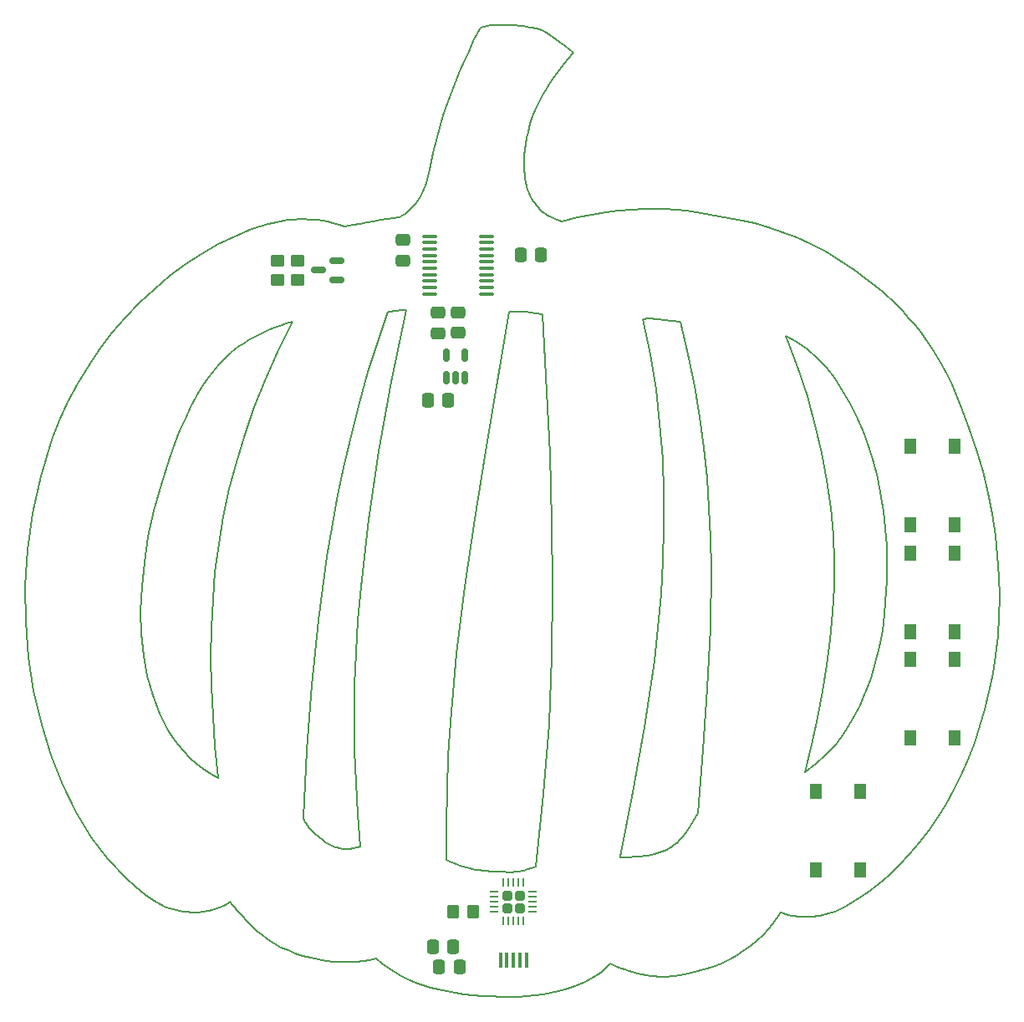
<source format=gbr>
%TF.GenerationSoftware,KiCad,Pcbnew,(6.0.7)*%
%TF.CreationDate,2022-10-09T23:44:08+01:00*%
%TF.ProjectId,Shocksoc-Pumpkin,53686f63-6b73-46f6-932d-50756d706b69,rev?*%
%TF.SameCoordinates,Original*%
%TF.FileFunction,Paste,Bot*%
%TF.FilePolarity,Positive*%
%FSLAX46Y46*%
G04 Gerber Fmt 4.6, Leading zero omitted, Abs format (unit mm)*
G04 Created by KiCad (PCBNEW (6.0.7)) date 2022-10-09 23:44:08*
%MOMM*%
%LPD*%
G01*
G04 APERTURE LIST*
G04 Aperture macros list*
%AMRoundRect*
0 Rectangle with rounded corners*
0 $1 Rounding radius*
0 $2 $3 $4 $5 $6 $7 $8 $9 X,Y pos of 4 corners*
0 Add a 4 corners polygon primitive as box body*
4,1,4,$2,$3,$4,$5,$6,$7,$8,$9,$2,$3,0*
0 Add four circle primitives for the rounded corners*
1,1,$1+$1,$2,$3*
1,1,$1+$1,$4,$5*
1,1,$1+$1,$6,$7*
1,1,$1+$1,$8,$9*
0 Add four rect primitives between the rounded corners*
20,1,$1+$1,$2,$3,$4,$5,0*
20,1,$1+$1,$4,$5,$6,$7,0*
20,1,$1+$1,$6,$7,$8,$9,0*
20,1,$1+$1,$8,$9,$2,$3,0*%
G04 Aperture macros list end*
%TA.AperFunction,Profile*%
%ADD10C,0.150000*%
%TD*%
%ADD11R,1.300000X1.550000*%
%ADD12RoundRect,0.250000X0.475000X-0.337500X0.475000X0.337500X-0.475000X0.337500X-0.475000X-0.337500X0*%
%ADD13RoundRect,0.250000X-0.450000X0.350000X-0.450000X-0.350000X0.450000X-0.350000X0.450000X0.350000X0*%
%ADD14RoundRect,0.250000X-0.337500X-0.475000X0.337500X-0.475000X0.337500X0.475000X-0.337500X0.475000X0*%
%ADD15RoundRect,0.250000X0.337500X0.475000X-0.337500X0.475000X-0.337500X-0.475000X0.337500X-0.475000X0*%
%ADD16RoundRect,0.250000X0.255000X0.255000X-0.255000X0.255000X-0.255000X-0.255000X0.255000X-0.255000X0*%
%ADD17RoundRect,0.062500X0.350000X0.062500X-0.350000X0.062500X-0.350000X-0.062500X0.350000X-0.062500X0*%
%ADD18RoundRect,0.062500X0.062500X0.350000X-0.062500X0.350000X-0.062500X-0.350000X0.062500X-0.350000X0*%
%ADD19RoundRect,0.100000X0.637500X0.100000X-0.637500X0.100000X-0.637500X-0.100000X0.637500X-0.100000X0*%
%ADD20RoundRect,0.150000X0.587500X0.150000X-0.587500X0.150000X-0.587500X-0.150000X0.587500X-0.150000X0*%
%ADD21RoundRect,0.250000X-0.350000X-0.450000X0.350000X-0.450000X0.350000X0.450000X-0.350000X0.450000X0*%
%ADD22RoundRect,0.150000X0.150000X-0.512500X0.150000X0.512500X-0.150000X0.512500X-0.150000X-0.512500X0*%
%ADD23R,0.450000X1.500000*%
G04 APERTURE END LIST*
D10*
X102498533Y-54102398D02*
X100947157Y-54481130D01*
X133881078Y-90853150D02*
X133833389Y-87362595D01*
X124675709Y-56140140D02*
X123233495Y-55565649D01*
X66997727Y-68181187D02*
X66609332Y-68558657D01*
X103970625Y-53798572D02*
X102498533Y-54102398D01*
X97676376Y-63735766D02*
X97336944Y-63688964D01*
X70497813Y-126762117D02*
X70497813Y-126762117D01*
X125928115Y-124967216D02*
X126192976Y-124952584D01*
X69787150Y-126148287D02*
X70132420Y-126454556D01*
X67332905Y-123429544D02*
X67545951Y-123719744D01*
X84480927Y-54093479D02*
X84480260Y-54096107D01*
X82341551Y-77813956D02*
X83626297Y-70732284D01*
X96977322Y-34706182D02*
X96611498Y-34658888D01*
X92683768Y-34827858D02*
X92059039Y-36066917D01*
X85148150Y-63466434D02*
X84932598Y-63492489D01*
X83626297Y-70732284D02*
X85148150Y-63466428D01*
X64609375Y-124444064D02*
X65102227Y-124358968D01*
X46896703Y-98661494D02*
X47436459Y-102123326D01*
X94457491Y-34583654D02*
X94102570Y-34608740D01*
X75913103Y-116527351D02*
X76027740Y-116633659D01*
X117356622Y-54043029D02*
X115482329Y-53700187D01*
X65872344Y-69363858D02*
X65522282Y-69792098D01*
X90603511Y-119762314D02*
X90921951Y-119866007D01*
X127688136Y-108531999D02*
X128649605Y-107475457D01*
X84160099Y-63560175D02*
X83900352Y-63584931D01*
X104937221Y-130537459D02*
X105409461Y-130144061D01*
X113521177Y-53420972D02*
X112494946Y-53318635D01*
X74702206Y-128916462D02*
X75483791Y-129123545D01*
X88917597Y-43792641D02*
X88536082Y-45028228D01*
X75286822Y-115857681D02*
X75358766Y-115944730D01*
X91394153Y-37479069D02*
X91007420Y-38343438D01*
X77129782Y-88497646D02*
X76248637Y-94922799D01*
X71110469Y-127232547D02*
X71766442Y-127657677D01*
X78396225Y-54829168D02*
X78065868Y-54734775D01*
X66078806Y-110881853D02*
X65785982Y-107710346D01*
X109305260Y-118788275D02*
X109641809Y-118735198D01*
X60183809Y-104372114D02*
X61042839Y-106035884D01*
X95661305Y-120422146D02*
X95912460Y-120421179D01*
X97377031Y-133011255D02*
X98208858Y-132933707D01*
X90597384Y-39298150D02*
X90173716Y-40331815D01*
X97717467Y-34827793D02*
X97345881Y-34762586D01*
X60827516Y-123985116D02*
X61191239Y-124110602D01*
X142173682Y-75380833D02*
X141316071Y-73137553D01*
X126184627Y-107521222D02*
X125509825Y-110298578D01*
X82243592Y-66725337D02*
X81290207Y-69777235D01*
X76716644Y-54449879D02*
X76160941Y-54374583D01*
X58156469Y-62730330D02*
X56738128Y-64218626D01*
X92916294Y-120271651D02*
X93293460Y-120310097D01*
X93748031Y-34645396D02*
X93393581Y-34693930D01*
X102086924Y-37388533D02*
X101663118Y-37043032D01*
X84485912Y-54067422D02*
X84484890Y-54072636D01*
X97101910Y-63664435D02*
X96890798Y-63656394D01*
X110289316Y-99051026D02*
X109321799Y-105726379D01*
X78978934Y-118080390D02*
X79237445Y-118082532D01*
X127714681Y-69353994D02*
X126782321Y-68357120D01*
X66166640Y-87197214D02*
X66635752Y-84406780D01*
X100655439Y-36266770D02*
X100358650Y-36051143D01*
X72768916Y-54418875D02*
X72385471Y-54479966D01*
X98301672Y-119863565D02*
X98301672Y-119863565D01*
X111268230Y-85465027D02*
X111168219Y-88893620D01*
X111781962Y-118014446D02*
X111990705Y-117890395D01*
X84633001Y-130955667D02*
X85337228Y-131300477D01*
X97090236Y-48834076D02*
X97095819Y-48335672D01*
X97176825Y-47253396D02*
X97254705Y-46667940D01*
X67214238Y-123512658D02*
X67332905Y-123429544D01*
X111431300Y-53248295D02*
X110325005Y-53215316D01*
X94813088Y-34569830D02*
X94457491Y-34583654D01*
X97468201Y-51276143D02*
X97362367Y-50930451D01*
X59606502Y-83834399D02*
X59037330Y-86463656D01*
X97721447Y-51900282D02*
X97588304Y-51599156D01*
X113708452Y-67946539D02*
X112937727Y-64675594D01*
X120475942Y-54700098D02*
X119185927Y-54406591D01*
X71222462Y-65491988D02*
X70679422Y-65730910D01*
X80809217Y-129431005D02*
X81476404Y-129318534D01*
X136682242Y-65027205D02*
X136064447Y-64298760D01*
X128387891Y-86215992D02*
X128490872Y-88883728D01*
X69652966Y-66252134D02*
X69168081Y-66534945D01*
X98470896Y-34983383D02*
X98470896Y-34983383D01*
X113725577Y-116117559D02*
X113971918Y-115727186D01*
X74232322Y-54292715D02*
X73878033Y-54308043D01*
X73610495Y-64674947D02*
X72979638Y-64858920D01*
X81200076Y-54598314D02*
X80496296Y-54731608D01*
X79936202Y-108059172D02*
X79903191Y-104788850D01*
X106872115Y-118922427D02*
X106898216Y-118924778D01*
X74708817Y-114889573D02*
X74721029Y-114928826D01*
X145196034Y-94538790D02*
X145240021Y-92531613D01*
X127333999Y-124785074D02*
X127637622Y-124711616D01*
X127947782Y-124623792D02*
X128264072Y-124520734D01*
X99800920Y-132687186D02*
X100557371Y-132518967D01*
X99889050Y-54095023D02*
X99695265Y-53994739D01*
X67400369Y-67820131D02*
X66997727Y-68181187D01*
X97822797Y-120019795D02*
X98301672Y-119863565D01*
X95375849Y-120417642D02*
X95661305Y-120422146D01*
X69774126Y-73258250D02*
X70902338Y-70432317D01*
X80417254Y-72846583D02*
X79621041Y-75934597D01*
X99900165Y-98521685D02*
X99989752Y-91708369D01*
X83900352Y-63584931D02*
X83659330Y-63613628D01*
X62631018Y-108211507D02*
X63240422Y-108845236D01*
X97142765Y-49749378D02*
X97106294Y-49305047D01*
X68788989Y-76060242D02*
X69774126Y-73258250D01*
X84488619Y-54056905D02*
X84487831Y-54059549D01*
X68251328Y-67146240D02*
X67817991Y-67475233D01*
X99742996Y-40412467D02*
X100134489Y-39832858D01*
X111118333Y-78537219D02*
X111254962Y-82013251D01*
X68164769Y-124481125D02*
X68379304Y-124725894D01*
X130321611Y-105058447D02*
X131033923Y-103715009D01*
X91091442Y-91477721D02*
X90255258Y-98313130D01*
X107640236Y-118918492D02*
X107891419Y-118907854D01*
X77845849Y-129495542D02*
X78618754Y-129538337D01*
X76248637Y-94922799D02*
X75571112Y-101456683D01*
X58563171Y-98491695D02*
X58944191Y-100587747D01*
X115296426Y-77439574D02*
X114879673Y-74320515D01*
X133419365Y-61648193D02*
X132014643Y-60478696D01*
X98725345Y-53291785D02*
X98539763Y-53105342D01*
X128336206Y-94165234D02*
X128093077Y-96799019D01*
X89635802Y-105186706D02*
X89423084Y-108651001D01*
X80264134Y-117900526D02*
X80535082Y-117808259D01*
X88422177Y-132327722D02*
X89257446Y-132505830D01*
X101207537Y-36684349D02*
X100655439Y-36266770D01*
X84932598Y-63492489D02*
X84688132Y-63515661D01*
X86050641Y-52726890D02*
X85786627Y-53042883D01*
X111071097Y-131027003D02*
X111288176Y-131020166D01*
X70156501Y-65984207D02*
X69652966Y-66252134D01*
X145240021Y-92531613D02*
X145196375Y-90488273D01*
X77632617Y-117748259D02*
X77795599Y-117817514D01*
X66078806Y-110881853D02*
X66078806Y-110881853D01*
X109961423Y-118673420D02*
X110264785Y-118603143D01*
X84486489Y-54064806D02*
X84485912Y-54067422D01*
X115832866Y-83581906D02*
X115611448Y-80524033D01*
X79621041Y-75934597D02*
X78897878Y-79042493D01*
X124166142Y-124827168D02*
X124541474Y-124892893D01*
X73933614Y-128666898D02*
X74702206Y-128916462D01*
X112554969Y-117477861D02*
X112886345Y-117171229D01*
X142918571Y-77607809D02*
X142173682Y-75380833D01*
X63240422Y-108845236D02*
X63889875Y-109430669D01*
X138076311Y-116211544D02*
X138974178Y-114900421D01*
X67762669Y-55989329D02*
X66068923Y-56816812D01*
X70132420Y-126454556D02*
X70497813Y-126762117D01*
X133394104Y-95989107D02*
X133632080Y-94301792D01*
X76595428Y-117113330D02*
X76774828Y-117247630D01*
X48125999Y-80313733D02*
X47308234Y-84030226D01*
X106898216Y-118924778D02*
X106929744Y-118926817D01*
X87564466Y-49212751D02*
X87481405Y-49585020D01*
X82690672Y-129680293D02*
X83309127Y-130147434D01*
X131432639Y-75799118D02*
X130817854Y-74343711D01*
X93393581Y-34693930D02*
X93038924Y-34754648D01*
X103868196Y-131243398D02*
X104422836Y-130904030D01*
X138932034Y-68208789D02*
X138405960Y-67372917D01*
X99911370Y-84917937D02*
X99697213Y-78073929D01*
X99303809Y-53756242D02*
X99108596Y-53616443D01*
X62884236Y-124470196D02*
X63498556Y-124507653D01*
X107118922Y-118930793D02*
X107257504Y-118929545D01*
X144206460Y-102156199D02*
X144569625Y-100318506D01*
X61733478Y-77038419D02*
X61217459Y-78450418D01*
X75003130Y-115470988D02*
X75050375Y-115541549D01*
X98990344Y-63919332D02*
X98990344Y-63919328D01*
X73610495Y-64674947D02*
X73610495Y-64674947D01*
X110825491Y-118437911D02*
X111084201Y-118343364D01*
X126604507Y-75131637D02*
X127270590Y-77984753D01*
X137279481Y-65782278D02*
X136682242Y-65027205D01*
X96523861Y-133057825D02*
X97377031Y-133011255D01*
X75608488Y-116223660D02*
X75703670Y-116322261D01*
X110740972Y-64420675D02*
X110339094Y-64382414D01*
X93212547Y-77752525D02*
X92093992Y-84638259D01*
X100875681Y-38825390D02*
X101498372Y-38054658D01*
X109934964Y-130945116D02*
X110396612Y-130998923D01*
X114879673Y-74320515D02*
X114353058Y-71158841D01*
X110339094Y-64382414D02*
X110024474Y-64361644D01*
X91000652Y-132780615D02*
X91907398Y-132881011D01*
X109470613Y-130868283D02*
X109934964Y-130945116D01*
X65568704Y-104615945D02*
X65432600Y-101590230D01*
X98676973Y-35045907D02*
X98569610Y-35009243D01*
X66609332Y-68558657D02*
X66234449Y-68952796D01*
X78897878Y-79042493D02*
X78244075Y-82171489D01*
X98186832Y-52680263D02*
X98021940Y-52440043D01*
X75158719Y-115693020D02*
X75220204Y-115773747D01*
X106805933Y-118898584D02*
X106804442Y-118901567D01*
X75220204Y-115773747D02*
X75286822Y-115857681D01*
X106367333Y-129943576D02*
X106958540Y-130165893D01*
X100358650Y-36051143D02*
X100056275Y-35839089D01*
X75703670Y-116322261D02*
X75805143Y-116423521D01*
X80275162Y-94873126D02*
X80549289Y-91522756D01*
X113466180Y-116489446D02*
X113725577Y-116117559D01*
X144082730Y-82002922D02*
X143553875Y-79816000D01*
X69168081Y-66534945D02*
X68701113Y-66832895D01*
X99108596Y-53616443D02*
X98915365Y-53461888D01*
X128471224Y-91530140D02*
X128336206Y-94165234D01*
X112494946Y-53318635D02*
X111431300Y-53248295D01*
X128490872Y-88883728D02*
X128471224Y-91530140D01*
X102086924Y-37388533D02*
X102086924Y-37388533D01*
X87073573Y-50892660D02*
X86956457Y-51176371D01*
X70497813Y-126762117D02*
X71110469Y-127232547D01*
X93692227Y-120342190D02*
X94115896Y-120368672D01*
X84487831Y-54059549D02*
X84487125Y-54062182D01*
X98914553Y-35148601D02*
X98792211Y-35092614D01*
X110396612Y-130998923D02*
X110624577Y-131015841D01*
X123346194Y-124604236D02*
X123565259Y-124675904D01*
X126747983Y-124892360D02*
X127037317Y-124845033D01*
X131033923Y-103715009D02*
X131664959Y-102292970D01*
X97588304Y-51599156D02*
X97468201Y-51276143D01*
X114687285Y-114461465D02*
X115209995Y-108049459D01*
X77297763Y-117580293D02*
X77466637Y-117669342D01*
X108951094Y-118832445D02*
X109305260Y-118788275D01*
X76027740Y-116633659D02*
X76149250Y-116742353D01*
X112349518Y-130931969D02*
X113374407Y-130783041D01*
X97095819Y-48335672D02*
X97124273Y-47809043D01*
X101498372Y-38054658D02*
X102086924Y-37388533D01*
X108187170Y-118893251D02*
X108187170Y-118893251D01*
X73515700Y-54333673D02*
X73145827Y-54370364D01*
X62233073Y-124375937D02*
X62563146Y-124430665D01*
X127749095Y-99441503D02*
X127311521Y-102102693D01*
X61894246Y-124305015D02*
X62233073Y-124375937D01*
X131981245Y-77320686D02*
X131432639Y-75799118D01*
X109321799Y-105726379D02*
X108143107Y-112334745D01*
X66614031Y-123849320D02*
X66867962Y-123719467D01*
X77466637Y-117669342D02*
X77632617Y-117748259D01*
X115650942Y-101819612D02*
X115945091Y-95707812D01*
X71200966Y-54746301D02*
X69475869Y-55296796D01*
X105837664Y-129724214D02*
X105837664Y-129724214D01*
X124746443Y-124920245D02*
X124962409Y-124942767D01*
X98208858Y-132933707D02*
X99017451Y-132825558D01*
X92093992Y-84638259D02*
X91091442Y-91477721D01*
X124735935Y-66723644D02*
X123623686Y-66104074D01*
X97254705Y-46667940D02*
X97359141Y-46051882D01*
X119185927Y-54406591D02*
X117356622Y-54043029D01*
X49258614Y-76628694D02*
X48125999Y-80313733D01*
X62563146Y-124430665D02*
X62884236Y-124470196D01*
X106822210Y-118888731D02*
X106812888Y-118893138D01*
X100557371Y-132518967D02*
X101284916Y-132321281D01*
X83956768Y-130571939D02*
X84633001Y-130955667D01*
X70902338Y-70432317D02*
X72179252Y-67574023D01*
X79909987Y-117996771D02*
X80097041Y-117950039D01*
X88189277Y-46285822D02*
X87886851Y-47554035D01*
X133079292Y-97640398D02*
X133394104Y-95989107D01*
X95651239Y-133073039D02*
X96523861Y-133057825D01*
X89223148Y-115660991D02*
X89248518Y-119217241D01*
X93293460Y-120310097D02*
X93692227Y-120342190D01*
X134773521Y-62921139D02*
X133419365Y-61648193D01*
X77126100Y-117480639D02*
X77297763Y-117580293D01*
X115209995Y-108049459D02*
X115650942Y-101819612D01*
X96672766Y-120360524D02*
X96826444Y-120330646D01*
X92683768Y-34827859D02*
X92683768Y-34827858D01*
X64579406Y-109966272D02*
X65309041Y-110450512D01*
X136064447Y-64298760D02*
X135427679Y-63596789D01*
X83358959Y-63667797D02*
X83281100Y-63689672D01*
X125789109Y-67477498D02*
X124735935Y-66723644D01*
X82549437Y-54369001D02*
X81883311Y-54477878D01*
X71200966Y-54746301D02*
X71200966Y-54746301D01*
X144508272Y-84166093D02*
X144082730Y-82002922D01*
X87638472Y-48821475D02*
X87564466Y-49212751D01*
X129582434Y-123938836D02*
X130742353Y-123264594D01*
X79374327Y-129541470D02*
X80106503Y-129505505D01*
X97124668Y-120252507D02*
X97443625Y-120149166D01*
X122282520Y-125667447D02*
X122696719Y-125081158D01*
X115482329Y-53700187D02*
X114515227Y-53549944D01*
X65785982Y-107710346D02*
X65568704Y-104615945D01*
X95169654Y-34566962D02*
X94813088Y-34569830D01*
X68876837Y-125262821D02*
X69158882Y-125549859D01*
X135132861Y-119709457D02*
X136152517Y-118618545D01*
X123623686Y-66104074D02*
X123623686Y-66104074D01*
X86317325Y-52357326D02*
X86050641Y-52726890D01*
X111561753Y-118131427D02*
X111781962Y-118014446D01*
X110552580Y-118524572D02*
X110825491Y-118437911D01*
X67941299Y-78846714D02*
X68788989Y-76060242D01*
X92059039Y-36066917D02*
X91394153Y-37479069D01*
X79237445Y-118082532D02*
X79479350Y-118066792D01*
X137134712Y-117451746D02*
X138076311Y-116211544D01*
X111288176Y-131020166D02*
X112349518Y-130931969D01*
X140342604Y-70880453D02*
X140342604Y-70880453D01*
X97198420Y-50167861D02*
X97142765Y-49749378D01*
X61191239Y-124110602D02*
X61546892Y-124216903D01*
X127637622Y-124711616D02*
X127947782Y-124623792D01*
X92557425Y-120226109D02*
X92916294Y-120271651D01*
X66234449Y-68952796D02*
X65872344Y-69363858D01*
X127270590Y-77984753D02*
X127785009Y-80776512D01*
X86068855Y-131608228D02*
X86827286Y-131880780D01*
X75102174Y-115615590D02*
X75158719Y-115693020D01*
X75241890Y-54300953D02*
X74914753Y-54289929D01*
X96890798Y-63656394D02*
X96623131Y-63659058D01*
X109641809Y-118735198D02*
X109961423Y-118673420D01*
X84876939Y-53840254D02*
X84593677Y-54007349D01*
X99697213Y-78073929D02*
X98990344Y-63919332D01*
X125509825Y-110298578D02*
X125509825Y-110298578D01*
X87638472Y-48821475D02*
X87638472Y-48821475D01*
X54126043Y-67444095D02*
X52947412Y-69167088D01*
X73145827Y-54370364D02*
X72768916Y-54418875D01*
X73184080Y-128374288D02*
X73933614Y-128666898D01*
X64537022Y-71182438D02*
X63926944Y-72199895D01*
X93038924Y-34754648D02*
X92683768Y-34827859D01*
X69158882Y-125549859D02*
X69462479Y-125845868D01*
X97491362Y-45404430D02*
X97491362Y-45404430D01*
X115308810Y-130318471D02*
X116215319Y-130010568D01*
X124788314Y-69201306D02*
X125779501Y-72207157D01*
X79768534Y-54879057D02*
X79013354Y-55041959D01*
X81290207Y-69777235D02*
X80417254Y-72846583D01*
X62792587Y-74461340D02*
X62256563Y-75709406D01*
X124541474Y-124892893D02*
X124746443Y-124920245D01*
X94761057Y-133056520D02*
X94761057Y-133056520D01*
X114361338Y-130577252D02*
X115308810Y-130318471D01*
X74721029Y-114928826D02*
X74738612Y-114976799D01*
X111276865Y-64479947D02*
X110740972Y-64420675D01*
X136152517Y-118618545D02*
X137134712Y-117451746D01*
X130572015Y-59411426D02*
X129104146Y-58445159D01*
X84482079Y-54088246D02*
X84480927Y-54093479D01*
X101981662Y-132094503D02*
X102645718Y-131839012D01*
X138974178Y-114900421D02*
X139825178Y-113520860D01*
X63889875Y-109430669D02*
X64579406Y-109966272D01*
X121287639Y-126804882D02*
X121812326Y-126243312D01*
X78065868Y-54734775D02*
X77673134Y-54636047D01*
X92213551Y-120172730D02*
X92557425Y-120226109D01*
X97362367Y-50930451D02*
X97272030Y-50561288D01*
X49258614Y-76628694D02*
X49258614Y-76628694D01*
X77673134Y-54636047D02*
X77222051Y-54539058D01*
X92836777Y-132959221D02*
X93788196Y-133017104D01*
X78618754Y-129538337D02*
X79374327Y-129541470D01*
X91007420Y-38343438D02*
X90597384Y-39298150D01*
X111084201Y-118343364D02*
X111329394Y-118241135D01*
X98470896Y-34983383D02*
X97717467Y-34827793D01*
X72979638Y-64858920D02*
X72371836Y-65056247D01*
X87886851Y-47554035D02*
X87638472Y-48821475D01*
X96623131Y-63659058D02*
X95596224Y-63673356D01*
X99459496Y-35450101D02*
X99177454Y-35285366D01*
X80051149Y-111317139D02*
X79936202Y-108059172D01*
X78853703Y-54980665D02*
X78396225Y-54829168D01*
X100134489Y-39832858D02*
X100875681Y-38825390D01*
X83549562Y-63629988D02*
X83448942Y-63647973D01*
X89248518Y-119217241D02*
X89606057Y-119374538D01*
X97953233Y-43862848D02*
X98257437Y-43116328D01*
X139431222Y-69071901D02*
X138932034Y-68208789D01*
X93788196Y-133017104D02*
X94761057Y-133056520D01*
X61179970Y-60038061D02*
X59639602Y-61334445D01*
X132462784Y-78899898D02*
X131981245Y-77320686D01*
X95527484Y-34574741D02*
X95169654Y-34566962D01*
X97345881Y-34762586D02*
X96977322Y-34706182D01*
X109136588Y-64369071D02*
X109136588Y-64369071D01*
X99017451Y-132825558D02*
X99800920Y-132687186D01*
X97336944Y-63688964D02*
X97101910Y-63664435D01*
X84479517Y-54098745D02*
X84479517Y-54098745D01*
X97694736Y-44627268D02*
X97953233Y-43862848D01*
X48204372Y-105451841D02*
X49185994Y-108619577D01*
X113971918Y-115727186D02*
X114210670Y-115319958D01*
X126641839Y-109475877D02*
X127688136Y-108531999D01*
X105409461Y-130144061D02*
X105837664Y-129724214D01*
X110024474Y-64361644D02*
X109750354Y-64354843D01*
X107430103Y-118925584D02*
X107640236Y-118918492D01*
X72371836Y-65056247D02*
X71786355Y-65267185D01*
X75358766Y-115944730D02*
X75436230Y-116034804D01*
X83448942Y-63647973D02*
X83358959Y-63667797D01*
X77222051Y-54539058D02*
X76716644Y-54449879D01*
X64074210Y-124496285D02*
X64609375Y-124444064D01*
X84483064Y-54083037D02*
X84482079Y-54088246D01*
X83281100Y-63689672D02*
X83281100Y-63689672D01*
X85337228Y-131300477D02*
X86068855Y-131608228D01*
X110434668Y-71508094D02*
X110848262Y-75035857D01*
X114687285Y-114461465D02*
X114687285Y-114461465D01*
X71995996Y-54554394D02*
X71600993Y-54642919D01*
X83281100Y-63689672D02*
X82243592Y-66725337D01*
X78704655Y-118056593D02*
X78978934Y-118080390D01*
X74708817Y-114889573D02*
X74708817Y-114889573D01*
X72179252Y-67574023D02*
X73610495Y-64674947D01*
X117899434Y-129262874D02*
X118674034Y-128830822D01*
X96134247Y-120414636D02*
X96331604Y-120402416D01*
X99695265Y-53994739D02*
X99499775Y-53882076D01*
X132014643Y-60478696D02*
X130572015Y-59411426D01*
X50366877Y-111599071D02*
X51732572Y-114362863D01*
X73610495Y-64674947D02*
X73610495Y-64674947D01*
X132993713Y-121653693D02*
X134078881Y-120722001D01*
X107010841Y-118929744D02*
X107118922Y-118930793D01*
X112937727Y-64675601D02*
X111276865Y-64479947D01*
X76951753Y-117369909D02*
X77126100Y-117480639D01*
X60333284Y-81159229D02*
X59606502Y-83834399D01*
X123623686Y-66104074D02*
X124788314Y-69201306D01*
X62256563Y-75709406D02*
X61733478Y-77038419D01*
X114515227Y-53549944D02*
X113521177Y-53420972D01*
X139901939Y-69962404D02*
X139431222Y-69071901D01*
X47436459Y-102123326D02*
X48204372Y-105451841D01*
X112376525Y-117621898D02*
X112554969Y-117477861D01*
X128155024Y-83516922D02*
X128387891Y-86215992D01*
X56794039Y-121085403D02*
X57759292Y-121940995D01*
X100947157Y-54481130D02*
X100622571Y-54388212D01*
X111990705Y-117890395D02*
X112188665Y-117759477D01*
X106834435Y-118916991D02*
X106851001Y-118919814D01*
X75805143Y-116423521D02*
X75913103Y-116527351D01*
X74578063Y-54286930D02*
X74232322Y-54292715D01*
X76413659Y-116966539D02*
X76595428Y-117113330D01*
X84479517Y-54098745D02*
X83201889Y-54270385D01*
X91557577Y-120039494D02*
X91881369Y-120110772D01*
X96975432Y-120294675D02*
X97124668Y-120252507D01*
X67973690Y-124255566D02*
X68164769Y-124481125D01*
X80535082Y-117808259D02*
X80250089Y-114565814D01*
X116215319Y-130010568D02*
X117079361Y-129657412D01*
X117079361Y-129657412D02*
X117899434Y-129262874D01*
X62770017Y-58848268D02*
X61179970Y-60038061D01*
X99754497Y-35636709D02*
X99459496Y-35450101D01*
X98359849Y-52901765D02*
X98186832Y-52680263D01*
X96331604Y-120402416D02*
X96509465Y-120384413D01*
X99989752Y-91708369D02*
X99911370Y-84917937D01*
X113374407Y-130783041D02*
X114361338Y-130577252D01*
X114210670Y-115319958D02*
X114687285Y-114461465D01*
X96248112Y-34621012D02*
X95886872Y-34592860D01*
X142065610Y-108996372D02*
X142697779Y-107367884D01*
X80549289Y-91522756D02*
X81310388Y-84735945D01*
X106851001Y-118919814D02*
X106872115Y-118922427D01*
X61217459Y-78450418D02*
X60333284Y-81159229D01*
X84483971Y-54077837D02*
X84483064Y-54083037D01*
X58277631Y-93953218D02*
X58341056Y-96276094D01*
X61546892Y-124216903D02*
X61894246Y-124305015D01*
X76272302Y-129288710D02*
X77061677Y-129412521D01*
X80535082Y-117808259D02*
X80535082Y-117808259D01*
X116027410Y-89649948D02*
X115968810Y-86621206D01*
X106804861Y-118904653D02*
X106807630Y-118907791D01*
X76160941Y-54374583D02*
X75558969Y-54319242D01*
X55392133Y-65792245D02*
X54126043Y-67444095D01*
X89248518Y-119217241D02*
X89248518Y-119217241D01*
X67225429Y-81626087D02*
X67941299Y-78846714D01*
X81310388Y-84735945D02*
X82341551Y-77813956D01*
X96826444Y-120330646D02*
X96975432Y-120294675D01*
X65432600Y-101590230D02*
X65383296Y-98624779D01*
X76149250Y-116742353D02*
X76277825Y-116853344D01*
X86827286Y-131880780D02*
X87611926Y-132119992D01*
X107257504Y-118929545D02*
X107430103Y-118925584D01*
X115945091Y-95707812D02*
X116027410Y-89649948D01*
X123053420Y-124488313D02*
X123053420Y-124488313D01*
X134078881Y-120722001D02*
X135132861Y-119709457D01*
X86834774Y-51443666D02*
X86580697Y-51930736D01*
X129393297Y-71665440D02*
X128585303Y-70459606D01*
X112886345Y-117171229D02*
X113188259Y-116841213D01*
X123233495Y-55565649D02*
X121829352Y-55086043D01*
X89606057Y-119374538D02*
X89948867Y-119517322D01*
X132686756Y-99247149D02*
X133079292Y-97640398D01*
X122696719Y-125081158D02*
X123053420Y-124488313D01*
X126782321Y-68357120D02*
X125789109Y-67477498D01*
X100947157Y-54481130D02*
X100947157Y-54481130D01*
X97866402Y-52180314D02*
X97721447Y-51900282D01*
X84593677Y-54007349D02*
X84488619Y-54056905D01*
X106821978Y-118914012D02*
X106834435Y-118916991D01*
X77061677Y-129412521D02*
X77845849Y-129495542D01*
X76277825Y-116853344D02*
X76413659Y-116966539D01*
X106812888Y-118893138D02*
X106808895Y-118895757D01*
X140342604Y-70880453D02*
X139901939Y-69962404D01*
X65383296Y-98624779D02*
X65426421Y-95711173D01*
X58372679Y-91535337D02*
X58277631Y-93953218D01*
X67545951Y-123719744D02*
X67806543Y-124051776D01*
X65812466Y-90005811D02*
X66166640Y-87197214D01*
X74914753Y-54289929D02*
X74578063Y-54286930D01*
X126143330Y-56810740D02*
X124675709Y-56140140D01*
X119185927Y-54406591D02*
X119185927Y-54406591D01*
X95051154Y-120407770D02*
X95375849Y-120417642D01*
X99088318Y-112522821D02*
X99610418Y-105434348D01*
X65426421Y-95711173D02*
X65567602Y-92840991D01*
X94761057Y-133056520D02*
X95651239Y-133073039D01*
X90280251Y-119646333D02*
X90603511Y-119762314D01*
X96611498Y-34658888D02*
X96248112Y-34621012D01*
X75050375Y-115541549D02*
X75102174Y-115615590D01*
X142697779Y-107367884D02*
X143267401Y-105683371D01*
X79950053Y-101503111D02*
X80074730Y-98198890D01*
X128913423Y-124265453D02*
X129245674Y-124111495D01*
X98990344Y-63919328D02*
X97676376Y-63735766D01*
X57759292Y-121940995D02*
X58754494Y-122711766D01*
X61042839Y-106035884D02*
X61532254Y-106805297D01*
X144857700Y-98434719D02*
X145067548Y-96507319D01*
X63498556Y-124507653D02*
X64074210Y-124496285D01*
X108187170Y-118893251D02*
X108578625Y-118867505D01*
X98965302Y-41697633D02*
X99350128Y-41035779D01*
X65953697Y-124122046D02*
X66308667Y-123986171D01*
X101663118Y-37043032D02*
X101207537Y-36684349D01*
X49185994Y-108619577D02*
X50366877Y-111599071D01*
X70679422Y-65730910D02*
X70156501Y-65984207D01*
X76774828Y-117247630D02*
X76951753Y-117369909D01*
X59777837Y-123394284D02*
X60827516Y-123985116D01*
X56738128Y-64218626D02*
X55392133Y-65792245D01*
X110965009Y-92300102D02*
X110668681Y-95685547D01*
X58944191Y-100587747D02*
X59484331Y-102551977D01*
X128264072Y-124520734D02*
X128586088Y-124401577D01*
X75571112Y-101456683D02*
X75067681Y-108109030D01*
X128093077Y-96799019D02*
X127749095Y-99441503D01*
X46599554Y-95093806D02*
X46896703Y-98661494D01*
X97491362Y-45404430D02*
X97694736Y-44627268D01*
X106929744Y-118926817D02*
X107010841Y-118929744D01*
X106813190Y-118910928D02*
X106821978Y-118914012D01*
X111288176Y-131020166D02*
X111288176Y-131020166D01*
X74855820Y-115225362D02*
X74921528Y-115340669D01*
X108120416Y-130542872D02*
X108557433Y-130662837D01*
X75519406Y-116127811D02*
X75608488Y-116223660D01*
X124962409Y-124942767D02*
X125188964Y-124959591D01*
X85290544Y-53527979D02*
X85070440Y-53703992D01*
X130742353Y-123264594D02*
X131880491Y-122502052D01*
X113188259Y-116841213D02*
X113466180Y-116489446D01*
X106804442Y-118901567D02*
X106804861Y-118904653D01*
X78112149Y-117928930D02*
X78415447Y-118007364D01*
X81476404Y-129318534D02*
X82102000Y-129168657D01*
X87185374Y-50592101D02*
X87073573Y-50892660D01*
X109136588Y-64369071D02*
X109867470Y-67952856D01*
X103275193Y-131555184D02*
X103868196Y-131243398D01*
X130137777Y-72962980D02*
X129393297Y-71665440D01*
X75067681Y-108109030D02*
X74708817Y-114889573D01*
X50011843Y-74692027D02*
X49258614Y-76628694D01*
X67806543Y-124051776D02*
X67973690Y-124255566D01*
X81883311Y-54477878D02*
X81200076Y-54598314D01*
X125425703Y-124969853D02*
X125672222Y-124972683D01*
X63347423Y-73292183D02*
X62792587Y-74461340D01*
X102645718Y-131839012D02*
X103275193Y-131555184D01*
X111168219Y-88893620D02*
X110965009Y-92300102D01*
X63926944Y-72199895D02*
X63347423Y-73292183D01*
X138405960Y-67372917D02*
X137854581Y-66564131D01*
X79903191Y-104788850D02*
X79950053Y-101503111D01*
X137854581Y-66564131D02*
X137279481Y-65782278D01*
X127311521Y-102102693D02*
X126787612Y-104792596D01*
X125672222Y-124972683D02*
X125928115Y-124967216D01*
X90173716Y-40331815D02*
X89746083Y-41433045D01*
X80106503Y-129505505D02*
X80809217Y-129431005D01*
X90255258Y-98313130D02*
X89635802Y-105186706D01*
X68379304Y-124725894D02*
X68616818Y-124987312D01*
X129245674Y-124111495D02*
X129582434Y-123938836D01*
X109867470Y-67952856D02*
X110434668Y-71508094D01*
X61532254Y-106805297D02*
X62061638Y-107531016D01*
X80250089Y-114565814D02*
X80051149Y-111317139D01*
X99177454Y-35285366D02*
X98914553Y-35148601D01*
X82102000Y-129168657D02*
X82690672Y-129680293D01*
X107704324Y-130417177D02*
X108120416Y-130542872D01*
X127785009Y-80776512D02*
X128155024Y-83516922D01*
X89257446Y-132505830D02*
X90117136Y-132656174D01*
X121812326Y-126243312D02*
X122282520Y-125667447D01*
X95912460Y-120421179D02*
X96134247Y-120414636D01*
X129582434Y-123938836D02*
X129582434Y-123938836D01*
X101284916Y-132321281D02*
X101981662Y-132094503D01*
X128649605Y-107475457D02*
X129527134Y-106314768D01*
X100056275Y-35839089D02*
X99754497Y-35636709D01*
X110848262Y-75035857D02*
X111118333Y-78537219D01*
X46559461Y-91447724D02*
X46599554Y-95093806D01*
X127037317Y-124845033D02*
X127333999Y-124785074D01*
X127623696Y-57578672D02*
X126143330Y-56810740D01*
X96509465Y-120384413D02*
X96672766Y-120360524D01*
X145061958Y-88411251D02*
X144833636Y-86303030D01*
X111254962Y-82013251D02*
X111268230Y-85465027D01*
X132215607Y-100800845D02*
X132686756Y-99247149D01*
X77955478Y-117877581D02*
X78112149Y-117928930D01*
X58625984Y-89034726D02*
X58372679Y-91535337D01*
X98597932Y-42392870D02*
X98965302Y-41697633D01*
X115968810Y-86621206D02*
X115832866Y-83581906D01*
X125509825Y-110298578D02*
X126641839Y-109475877D01*
X141374029Y-110566353D02*
X142065610Y-108996372D01*
X83201889Y-54270385D02*
X82549437Y-54369001D01*
X80496296Y-54731608D02*
X79768534Y-54879057D01*
X79013354Y-55041959D02*
X79013354Y-55041959D01*
X87611926Y-132119992D02*
X88422177Y-132327722D01*
X67332905Y-123429544D02*
X67332905Y-123429544D01*
X86956457Y-51176371D02*
X86834774Y-51443666D01*
X143267401Y-105683371D02*
X143771340Y-103945315D01*
X123565259Y-124675904D02*
X123839656Y-124752527D01*
X66635752Y-84406780D02*
X67225429Y-81626087D01*
X79013354Y-55041959D02*
X78853703Y-54980665D01*
X125188964Y-124959591D02*
X125425703Y-124969853D01*
X77795599Y-117817514D02*
X77955478Y-117877581D01*
X114353058Y-71158841D02*
X113708452Y-67946539D01*
X84484890Y-54072636D02*
X84483971Y-54077837D01*
X83309127Y-130147434D02*
X83956768Y-130571939D01*
X73878033Y-54308043D02*
X73515700Y-54333673D01*
X74921528Y-115340669D02*
X75003130Y-115470988D01*
X89423084Y-108651001D02*
X89283435Y-112140670D01*
X72385471Y-54479966D02*
X71995996Y-54554394D01*
X98569610Y-35009243D02*
X98470896Y-34983383D01*
X143553875Y-79816000D02*
X142918571Y-77607809D01*
X84688132Y-63515661D02*
X84160099Y-63560175D01*
X106833888Y-118884706D02*
X106833888Y-118884706D01*
X66068923Y-56816812D02*
X64402187Y-57772155D01*
X82102000Y-129168657D02*
X82102000Y-129168657D01*
X50882756Y-72798144D02*
X50011843Y-74692027D01*
X110264785Y-118603143D02*
X110552580Y-118524572D01*
X51863798Y-70954134D02*
X50882756Y-72798144D01*
X79703811Y-118036947D02*
X79909987Y-117996771D01*
X108143107Y-112334745D02*
X106833888Y-118884706D01*
X94102570Y-34608740D02*
X93748031Y-34645396D01*
X125509825Y-110298578D02*
X125509825Y-110298578D01*
X87291111Y-50274263D02*
X87185374Y-50592101D01*
X85070440Y-53703992D02*
X84876939Y-53840254D01*
X88536082Y-45028228D02*
X88189277Y-46285822D01*
X141316071Y-73137553D02*
X140342604Y-70880453D01*
X74804462Y-115125796D02*
X74855820Y-115225362D01*
X97272030Y-50561288D02*
X97198420Y-50167861D01*
X66308667Y-123986171D02*
X66614031Y-123849320D01*
X91238872Y-119958153D02*
X91557577Y-120039494D01*
X129104146Y-58445159D02*
X127623696Y-57578672D01*
X106808895Y-118895757D02*
X106805933Y-118898584D01*
X85786627Y-53042883D02*
X85531267Y-53308761D01*
X67817991Y-67475233D02*
X67400369Y-67820131D01*
X120080801Y-127869660D02*
X120709963Y-127348288D01*
X46790871Y-87750710D02*
X46559461Y-91447724D01*
X98257437Y-43116328D02*
X98597932Y-42392870D01*
X126192976Y-124952584D02*
X126466401Y-124927921D01*
X123053420Y-124488313D02*
X123185703Y-124544458D01*
X87390038Y-49938713D02*
X87291111Y-50274263D01*
X74765908Y-115042699D02*
X74804462Y-115125796D01*
X65567602Y-92840991D02*
X65812466Y-90005811D01*
X97359141Y-46051882D02*
X97491362Y-45404430D01*
X145067548Y-96507319D02*
X145196034Y-94538790D01*
X133496117Y-83898251D02*
X132876368Y-80528240D01*
X71786355Y-65267185D02*
X71222462Y-65491988D01*
X71600993Y-54642919D02*
X71200966Y-54746301D01*
X129527134Y-106314768D02*
X130321611Y-105058447D01*
X91881369Y-120110772D02*
X92213551Y-120172730D01*
X144569625Y-100318506D02*
X144857700Y-98434719D01*
X59639602Y-61334445D02*
X58156469Y-62730330D01*
X90921951Y-119866007D02*
X91238872Y-119958153D01*
X87481405Y-49585020D02*
X87390038Y-49938713D01*
X75436230Y-116034804D02*
X75519406Y-116127811D01*
X58754494Y-122711766D02*
X59777837Y-123394284D01*
X74738612Y-114976799D02*
X74765908Y-115042699D01*
X128585303Y-70459606D02*
X127714681Y-69353994D01*
X75558969Y-54319242D02*
X75241890Y-54300953D01*
X94115896Y-120368672D02*
X95051154Y-120407770D01*
X89283435Y-112140670D02*
X89223148Y-115660991D01*
X76413659Y-116966539D02*
X76413659Y-116966539D01*
X145196375Y-90488273D02*
X145061958Y-88411251D01*
X58341056Y-96276094D02*
X58563171Y-98491695D01*
X95051154Y-120407770D02*
X95051154Y-120407770D01*
X107963535Y-53282898D02*
X106697893Y-53394186D01*
X112937727Y-64675594D02*
X112937727Y-64675594D01*
X51732572Y-114362863D02*
X53268630Y-116883490D01*
X98915365Y-53461888D02*
X98725345Y-53291785D01*
X144833636Y-86303030D02*
X144508272Y-84166093D01*
X132876368Y-80528240D02*
X132462784Y-78899898D01*
X71766442Y-127657677D02*
X72459668Y-128038069D01*
X53268630Y-116883490D02*
X54960602Y-119133491D01*
X89324153Y-42590450D02*
X88917597Y-43792641D01*
X83659330Y-63613628D02*
X83549562Y-63629988D01*
X80097041Y-117950039D02*
X80264134Y-117900526D01*
X98792211Y-35092614D02*
X98676973Y-35045907D01*
X108578625Y-118867505D02*
X108951094Y-118832445D01*
X119401657Y-128365128D02*
X120080801Y-127869660D01*
X140626173Y-112075343D02*
X141374029Y-110566353D01*
X65550942Y-124248970D02*
X65953697Y-124122046D01*
X95596224Y-63673356D02*
X95596224Y-63673356D01*
X109750354Y-64354843D02*
X109136588Y-64369071D01*
X92683768Y-34827859D02*
X92683768Y-34827859D01*
X106697893Y-53394186D02*
X105368667Y-53564289D01*
X112937727Y-64675594D02*
X112937727Y-64675601D01*
X95596224Y-63673356D02*
X93212547Y-77752525D01*
X109170828Y-53225063D02*
X107963535Y-53282898D01*
X99610418Y-105434348D02*
X99900165Y-98521685D01*
X110325005Y-53215316D02*
X109170828Y-53225063D01*
X123185703Y-124544458D02*
X123346194Y-124604236D01*
X143771340Y-103945315D02*
X144206460Y-102156199D01*
X64402187Y-57772155D02*
X62770017Y-58848268D01*
X99350128Y-41035779D02*
X99742996Y-40412467D01*
X59037330Y-86463656D02*
X58625984Y-89034726D01*
X85531267Y-53308761D02*
X85290544Y-53527979D01*
X128586088Y-124401577D02*
X128913423Y-124265453D01*
X90117136Y-132656174D02*
X91000652Y-132780615D01*
X65183531Y-70237772D02*
X64537022Y-71182438D01*
X66867962Y-123719467D02*
X67214238Y-123512658D01*
X104422836Y-130904030D02*
X104937221Y-130537459D01*
X108557433Y-130662837D02*
X109009467Y-130772749D01*
X106958540Y-130165893D02*
X107315063Y-130290076D01*
X105368667Y-53564289D02*
X103970625Y-53798572D01*
X139825178Y-113520860D02*
X140626173Y-112075343D01*
X78244075Y-82171489D02*
X77129782Y-88497646D01*
X106807630Y-118907791D02*
X106813190Y-118910928D01*
X100622571Y-54388212D02*
X100266592Y-54261622D01*
X72459668Y-128038069D02*
X73184080Y-128374288D01*
X112188665Y-117759477D02*
X112376525Y-117621898D01*
X69462479Y-125845868D02*
X69787150Y-126148287D01*
X65102227Y-124358968D02*
X65550942Y-124248970D01*
X78415447Y-118007364D02*
X78704655Y-118056593D01*
X97443625Y-120149166D02*
X97822797Y-120019795D01*
X126466401Y-124927921D02*
X126747983Y-124892360D01*
X123839656Y-124752527D02*
X124166142Y-124827168D01*
X69475869Y-55296796D02*
X67762669Y-55989329D01*
X65309041Y-110450512D02*
X66078806Y-110881853D01*
X109009467Y-130772749D02*
X109470613Y-130868283D01*
X99499775Y-53882076D02*
X99303809Y-53756242D01*
X130817854Y-74343711D02*
X130137777Y-72962980D01*
X126787612Y-104792596D02*
X126184627Y-107521222D01*
X125779501Y-72207157D02*
X126604507Y-75131637D01*
X97106294Y-49305047D02*
X97090236Y-48834076D01*
X106833888Y-118884706D02*
X106822210Y-118888731D01*
X75483791Y-129123545D02*
X76272302Y-129288710D01*
X110624577Y-131015841D02*
X110849652Y-131025381D01*
X59484331Y-102551977D02*
X60183809Y-104372114D01*
X68701113Y-66832895D02*
X68251328Y-67146240D01*
X79479350Y-118066792D02*
X79703811Y-118036947D01*
X80074730Y-98198890D02*
X80275162Y-94873126D01*
X84487125Y-54062182D02*
X84486489Y-54064806D01*
X89746083Y-41433045D02*
X89324153Y-42590450D01*
X110849652Y-131025381D02*
X111071097Y-131027003D01*
X98301672Y-119863565D02*
X99088318Y-112522821D01*
X120709963Y-127348288D02*
X121287639Y-126804882D01*
X84488619Y-54056905D02*
X84488619Y-54056905D01*
X84480260Y-54096107D02*
X84479517Y-54098745D01*
X98021940Y-52440043D02*
X97866402Y-52180314D01*
X86580697Y-51930736D02*
X86317325Y-52357326D01*
X133833389Y-87362595D02*
X133496117Y-83898251D01*
X62061638Y-107531016D02*
X62631018Y-108211507D01*
X65522282Y-69792098D02*
X65183531Y-70237772D01*
X52947412Y-69167088D02*
X51863798Y-70954134D01*
X118674034Y-128830822D02*
X119401657Y-128365128D01*
X89948867Y-119517322D02*
X90280251Y-119646333D01*
X47308234Y-84030226D02*
X46790871Y-87750710D01*
X60827516Y-123985116D02*
X60827516Y-123985116D01*
X54960602Y-119133491D02*
X56794039Y-121085403D01*
X68616818Y-124987312D02*
X68876837Y-125262821D01*
X61217459Y-78450418D02*
X61217459Y-78450418D01*
X107315063Y-130290076D02*
X107704324Y-130417177D01*
X100266592Y-54261622D02*
X99889050Y-54095023D01*
X98990344Y-63919332D02*
X98990344Y-63919332D01*
X98539763Y-53105342D02*
X98359849Y-52901765D01*
X131664959Y-102292970D02*
X132215607Y-100800845D01*
X111329394Y-118241135D02*
X111561753Y-118131427D01*
X110668681Y-95685547D02*
X110289316Y-99051026D01*
X121829352Y-55086043D02*
X120475942Y-54700098D01*
X135427679Y-63596789D02*
X134773521Y-62921139D01*
X97124273Y-47809043D02*
X97176825Y-47253396D01*
X105837664Y-129724214D02*
X106367333Y-129943576D01*
X115611448Y-80524033D02*
X115296426Y-77439574D01*
X95886872Y-34592860D02*
X95527484Y-34574741D01*
X133632080Y-94301792D02*
X133881078Y-90853150D01*
X91907398Y-132881011D02*
X92836777Y-132959221D01*
X107891419Y-118907854D02*
X108187170Y-118893251D01*
X131880491Y-122502052D02*
X132993713Y-121653693D01*
D11*
%TO.C,SW3*%
X136180000Y-85255000D03*
X136180000Y-77305000D03*
X140680000Y-77305000D03*
X140680000Y-85255000D03*
%TD*%
D12*
%TO.C,C8*%
X90424000Y-65792086D03*
X90424000Y-63717086D03*
%TD*%
D11*
%TO.C,SW4*%
X126655000Y-112230000D03*
X126655000Y-120180000D03*
X131155000Y-120180000D03*
X131155000Y-112230000D03*
%TD*%
D13*
%TO.C,R2*%
X74168000Y-58452000D03*
X74168000Y-60452000D03*
%TD*%
D14*
%TO.C,C7*%
X96752500Y-57912000D03*
X98827500Y-57912000D03*
%TD*%
D11*
%TO.C,SW2*%
X136180000Y-88100000D03*
X136180000Y-96050000D03*
X140680000Y-88100000D03*
X140680000Y-96050000D03*
%TD*%
D12*
%TO.C,C4*%
X84836000Y-58441500D03*
X84836000Y-56366500D03*
%TD*%
D13*
%TO.C,R3*%
X72136000Y-58452000D03*
X72136000Y-60452000D03*
%TD*%
D15*
%TO.C,C2*%
X89429500Y-72644000D03*
X87354500Y-72644000D03*
%TD*%
D12*
%TO.C,C3*%
X88392000Y-65807500D03*
X88392000Y-63732500D03*
%TD*%
D11*
%TO.C,SW1*%
X136180000Y-106845000D03*
X136180000Y-98895000D03*
X140680000Y-106845000D03*
X140680000Y-98895000D03*
%TD*%
D15*
%TO.C,C1*%
X90572500Y-130048000D03*
X88497500Y-130048000D03*
%TD*%
D16*
%TO.C,U3*%
X95387000Y-122819000D03*
X96637000Y-124069000D03*
X96637000Y-122819000D03*
X95387000Y-124069000D03*
D17*
X97949500Y-122444000D03*
X97949500Y-122944000D03*
X97949500Y-123444000D03*
X97949500Y-123944000D03*
X97949500Y-124444000D03*
D18*
X97012000Y-125381500D03*
X96512000Y-125381500D03*
X96012000Y-125381500D03*
X95512000Y-125381500D03*
X95012000Y-125381500D03*
D17*
X94074500Y-124444000D03*
X94074500Y-123944000D03*
X94074500Y-123444000D03*
X94074500Y-122944000D03*
X94074500Y-122444000D03*
D18*
X95012000Y-121506500D03*
X95512000Y-121506500D03*
X96012000Y-121506500D03*
X96512000Y-121506500D03*
X97012000Y-121506500D03*
%TD*%
D19*
%TO.C,U2*%
X93286500Y-56003000D03*
X93286500Y-56653000D03*
X93286500Y-57303000D03*
X93286500Y-57953000D03*
X93286500Y-58603000D03*
X93286500Y-59253000D03*
X93286500Y-59903000D03*
X93286500Y-60553000D03*
X93286500Y-61203000D03*
X93286500Y-61853000D03*
X87561500Y-61853000D03*
X87561500Y-61203000D03*
X87561500Y-60553000D03*
X87561500Y-59903000D03*
X87561500Y-59253000D03*
X87561500Y-58603000D03*
X87561500Y-57953000D03*
X87561500Y-57303000D03*
X87561500Y-56653000D03*
X87561500Y-56003000D03*
%TD*%
D15*
%TO.C,C5*%
X89937500Y-128016000D03*
X87862500Y-128016000D03*
%TD*%
D20*
%TO.C,Q1*%
X78153500Y-58502000D03*
X78153500Y-60402000D03*
X76278500Y-59452000D03*
%TD*%
D21*
%TO.C,R1*%
X89932000Y-124460000D03*
X91932000Y-124460000D03*
%TD*%
D22*
%TO.C,U1*%
X91120000Y-70352500D03*
X90170000Y-70352500D03*
X89220000Y-70352500D03*
X89220000Y-68077500D03*
X91120000Y-68077500D03*
%TD*%
D23*
%TO.C,J1*%
X94712000Y-129349000D03*
X95362000Y-129349000D03*
X96012000Y-129349000D03*
X96662000Y-129349000D03*
X97312000Y-129349000D03*
%TD*%
M02*

</source>
